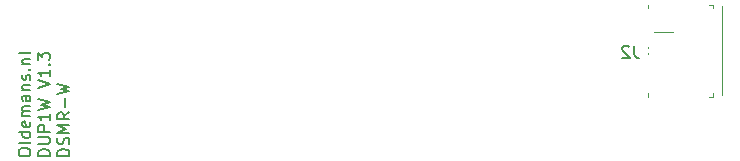
<source format=gbo>
G04 #@! TF.GenerationSoftware,KiCad,Pcbnew,(5.1.9-0-10_14)*
G04 #@! TF.CreationDate,2021-06-30T17:32:41+02:00*
G04 #@! TF.ProjectId,P1_wifi,50315f77-6966-4692-9e6b-696361645f70,rev?*
G04 #@! TF.SameCoordinates,Original*
G04 #@! TF.FileFunction,Legend,Bot*
G04 #@! TF.FilePolarity,Positive*
%FSLAX46Y46*%
G04 Gerber Fmt 4.6, Leading zero omitted, Abs format (unit mm)*
G04 Created by KiCad (PCBNEW (5.1.9-0-10_14)) date 2021-06-30 17:32:41*
%MOMM*%
%LPD*%
G01*
G04 APERTURE LIST*
%ADD10C,0.150000*%
%ADD11C,0.100000*%
%ADD12C,0.120000*%
%ADD13C,1.700000*%
%ADD14R,1.700000X1.700000*%
%ADD15R,1.000000X1.000000*%
%ADD16R,2.150000X0.400000*%
%ADD17R,1.800000X2.000000*%
%ADD18O,2.150000X1.300000*%
%ADD19C,0.550000*%
%ADD20R,1.520000X1.520000*%
%ADD21C,3.250000*%
%ADD22C,1.520000*%
G04 APERTURE END LIST*
D10*
X850380Y1288071D02*
X850380Y1478547D01*
X898000Y1573785D01*
X993238Y1669023D01*
X1183714Y1716642D01*
X1517047Y1716642D01*
X1707523Y1669023D01*
X1802761Y1573785D01*
X1850380Y1478547D01*
X1850380Y1288071D01*
X1802761Y1192833D01*
X1707523Y1097595D01*
X1517047Y1049976D01*
X1183714Y1049976D01*
X993238Y1097595D01*
X898000Y1192833D01*
X850380Y1288071D01*
X1850380Y2288071D02*
X1802761Y2192833D01*
X1707523Y2145214D01*
X850380Y2145214D01*
X1850380Y3097595D02*
X850380Y3097595D01*
X1802761Y3097595D02*
X1850380Y3002357D01*
X1850380Y2811880D01*
X1802761Y2716642D01*
X1755142Y2669023D01*
X1659904Y2621404D01*
X1374190Y2621404D01*
X1278952Y2669023D01*
X1231333Y2716642D01*
X1183714Y2811880D01*
X1183714Y3002357D01*
X1231333Y3097595D01*
X1802761Y3954738D02*
X1850380Y3859500D01*
X1850380Y3669023D01*
X1802761Y3573785D01*
X1707523Y3526166D01*
X1326571Y3526166D01*
X1231333Y3573785D01*
X1183714Y3669023D01*
X1183714Y3859500D01*
X1231333Y3954738D01*
X1326571Y4002357D01*
X1421809Y4002357D01*
X1517047Y3526166D01*
X1850380Y4430928D02*
X1183714Y4430928D01*
X1278952Y4430928D02*
X1231333Y4478547D01*
X1183714Y4573785D01*
X1183714Y4716642D01*
X1231333Y4811880D01*
X1326571Y4859500D01*
X1850380Y4859500D01*
X1326571Y4859500D02*
X1231333Y4907119D01*
X1183714Y5002357D01*
X1183714Y5145214D01*
X1231333Y5240452D01*
X1326571Y5288071D01*
X1850380Y5288071D01*
X1850380Y6192833D02*
X1326571Y6192833D01*
X1231333Y6145214D01*
X1183714Y6049976D01*
X1183714Y5859499D01*
X1231333Y5764261D01*
X1802761Y6192833D02*
X1850380Y6097595D01*
X1850380Y5859499D01*
X1802761Y5764261D01*
X1707523Y5716642D01*
X1612285Y5716642D01*
X1517047Y5764261D01*
X1469428Y5859499D01*
X1469428Y6097595D01*
X1421809Y6192833D01*
X1183714Y6669023D02*
X1850380Y6669023D01*
X1278952Y6669023D02*
X1231333Y6716642D01*
X1183714Y6811880D01*
X1183714Y6954738D01*
X1231333Y7049976D01*
X1326571Y7097595D01*
X1850380Y7097595D01*
X1802761Y7526166D02*
X1850380Y7621404D01*
X1850380Y7811880D01*
X1802761Y7907119D01*
X1707523Y7954738D01*
X1659904Y7954738D01*
X1564666Y7907119D01*
X1517047Y7811880D01*
X1517047Y7669023D01*
X1469428Y7573785D01*
X1374190Y7526166D01*
X1326571Y7526166D01*
X1231333Y7573785D01*
X1183714Y7669023D01*
X1183714Y7811880D01*
X1231333Y7907119D01*
X1755142Y8383309D02*
X1802761Y8430928D01*
X1850380Y8383309D01*
X1802761Y8335690D01*
X1755142Y8383309D01*
X1850380Y8383309D01*
X1183714Y8859500D02*
X1850380Y8859500D01*
X1278952Y8859500D02*
X1231333Y8907119D01*
X1183714Y9002357D01*
X1183714Y9145214D01*
X1231333Y9240452D01*
X1326571Y9288071D01*
X1850380Y9288071D01*
X1850380Y9907119D02*
X1802761Y9811880D01*
X1707523Y9764261D01*
X850380Y9764261D01*
X3500380Y1097595D02*
X2500380Y1097595D01*
X2500380Y1335690D01*
X2548000Y1478547D01*
X2643238Y1573785D01*
X2738476Y1621404D01*
X2928952Y1669023D01*
X3071809Y1669023D01*
X3262285Y1621404D01*
X3357523Y1573785D01*
X3452761Y1478547D01*
X3500380Y1335690D01*
X3500380Y1097595D01*
X2500380Y2097595D02*
X3309904Y2097595D01*
X3405142Y2145214D01*
X3452761Y2192833D01*
X3500380Y2288071D01*
X3500380Y2478547D01*
X3452761Y2573785D01*
X3405142Y2621404D01*
X3309904Y2669023D01*
X2500380Y2669023D01*
X3500380Y3145214D02*
X2500380Y3145214D01*
X2500380Y3526166D01*
X2548000Y3621404D01*
X2595619Y3669023D01*
X2690857Y3716642D01*
X2833714Y3716642D01*
X2928952Y3669023D01*
X2976571Y3621404D01*
X3024190Y3526166D01*
X3024190Y3145214D01*
X3500380Y4669023D02*
X3500380Y4097595D01*
X3500380Y4383309D02*
X2500380Y4383309D01*
X2643238Y4288071D01*
X2738476Y4192833D01*
X2786095Y4097595D01*
X2500380Y5002357D02*
X3500380Y5240452D01*
X2786095Y5430928D01*
X3500380Y5621404D01*
X2500380Y5859500D01*
X2500380Y6859500D02*
X3500380Y7192833D01*
X2500380Y7526166D01*
X3500380Y8383309D02*
X3500380Y7811880D01*
X3500380Y8097595D02*
X2500380Y8097595D01*
X2643238Y8002357D01*
X2738476Y7907119D01*
X2786095Y7811880D01*
X3405142Y8811880D02*
X3452761Y8859500D01*
X3500380Y8811880D01*
X3452761Y8764261D01*
X3405142Y8811880D01*
X3500380Y8811880D01*
X2500380Y9192833D02*
X2500380Y9811880D01*
X2881333Y9478547D01*
X2881333Y9621404D01*
X2928952Y9716642D01*
X2976571Y9764261D01*
X3071809Y9811880D01*
X3309904Y9811880D01*
X3405142Y9764261D01*
X3452761Y9716642D01*
X3500380Y9621404D01*
X3500380Y9335690D01*
X3452761Y9240452D01*
X3405142Y9192833D01*
X5150380Y1097595D02*
X4150380Y1097595D01*
X4150380Y1335690D01*
X4198000Y1478547D01*
X4293238Y1573785D01*
X4388476Y1621404D01*
X4578952Y1669023D01*
X4721809Y1669023D01*
X4912285Y1621404D01*
X5007523Y1573785D01*
X5102761Y1478547D01*
X5150380Y1335690D01*
X5150380Y1097595D01*
X5102761Y2049976D02*
X5150380Y2192833D01*
X5150380Y2430928D01*
X5102761Y2526166D01*
X5055142Y2573785D01*
X4959904Y2621404D01*
X4864666Y2621404D01*
X4769428Y2573785D01*
X4721809Y2526166D01*
X4674190Y2430928D01*
X4626571Y2240452D01*
X4578952Y2145214D01*
X4531333Y2097595D01*
X4436095Y2049976D01*
X4340857Y2049976D01*
X4245619Y2097595D01*
X4198000Y2145214D01*
X4150380Y2240452D01*
X4150380Y2478547D01*
X4198000Y2621404D01*
X5150380Y3049976D02*
X4150380Y3049976D01*
X4864666Y3383309D01*
X4150380Y3716642D01*
X5150380Y3716642D01*
X5150380Y4764261D02*
X4674190Y4430928D01*
X5150380Y4192833D02*
X4150380Y4192833D01*
X4150380Y4573785D01*
X4198000Y4669023D01*
X4245619Y4716642D01*
X4340857Y4764261D01*
X4483714Y4764261D01*
X4578952Y4716642D01*
X4626571Y4669023D01*
X4674190Y4573785D01*
X4674190Y4192833D01*
X4769428Y5192833D02*
X4769428Y5954738D01*
X4150380Y6335690D02*
X5150380Y6573785D01*
X4436095Y6764261D01*
X5150380Y6954738D01*
X4150380Y7192833D01*
D11*
X54629500Y11600000D02*
X56229500Y11600000D01*
X54129500Y10000000D02*
X54129500Y9700000D01*
X54129500Y10000000D02*
X54129500Y10300000D01*
X59629500Y6100000D02*
X59329500Y6100000D01*
X59629500Y6100000D02*
X59629500Y6400000D01*
X59629500Y13900000D02*
X59329500Y13900000D01*
X59629500Y13900000D02*
X59629500Y13600000D01*
X54129500Y13900000D02*
X54129500Y13600000D01*
X54129500Y13900000D02*
X54429500Y13900000D01*
X54129500Y6100000D02*
X54129500Y6400000D01*
X54129500Y6100000D02*
X54429500Y6100000D01*
D12*
X60379500Y6250000D02*
X60379500Y13750000D01*
D10*
X52972293Y10395219D02*
X52972293Y9680933D01*
X53019912Y9538076D01*
X53115150Y9442838D01*
X53258007Y9395219D01*
X53353245Y9395219D01*
X52543721Y10299980D02*
X52496102Y10347600D01*
X52400864Y10395219D01*
X52162769Y10395219D01*
X52067531Y10347600D01*
X52019912Y10299980D01*
X51972293Y10204742D01*
X51972293Y10109504D01*
X52019912Y9966647D01*
X52591340Y9395219D01*
X51972293Y9395219D01*
%LPC*%
D13*
X39711500Y9937000D03*
X39711500Y12477000D03*
X39711500Y7397000D03*
D14*
X39711500Y15017000D03*
D15*
X59379500Y11500000D03*
D16*
X55069500Y11300000D03*
D17*
X55069500Y13800000D03*
D18*
X58229500Y13600000D03*
D17*
X55069500Y6200000D03*
D18*
X58229500Y6400000D03*
D19*
X56079500Y12000000D03*
X56079500Y8000000D03*
D15*
X59379500Y8500000D03*
D16*
X55069500Y10650000D03*
X55069500Y10000000D03*
X55069500Y9350000D03*
X55069500Y8700000D03*
D20*
X43243500Y6667500D03*
D21*
X52133500Y4757500D03*
D22*
X45783500Y7937500D03*
X43243500Y9207500D03*
X45783500Y10477500D03*
X43243500Y11747500D03*
X45783500Y13017500D03*
D21*
X52133500Y14917500D03*
M02*

</source>
